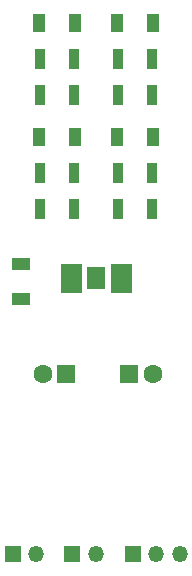
<source format=gbr>
%TF.GenerationSoftware,KiCad,Pcbnew,(5.1.8)-1*%
%TF.CreationDate,2020-11-16T23:50:31-05:00*%
%TF.ProjectId,podemu_customboard,706f6465-6d75-45f6-9375-73746f6d626f,rev?*%
%TF.SameCoordinates,Original*%
%TF.FileFunction,Soldermask,Top*%
%TF.FilePolarity,Negative*%
%FSLAX46Y46*%
G04 Gerber Fmt 4.6, Leading zero omitted, Abs format (unit mm)*
G04 Created by KiCad (PCBNEW (5.1.8)-1) date 2020-11-16 23:50:31*
%MOMM*%
%LPD*%
G01*
G04 APERTURE LIST*
%ADD10C,0.010000*%
%ADD11R,1.570000X1.880000*%
%ADD12O,1.350000X1.350000*%
%ADD13R,1.350000X1.350000*%
%ADD14R,1.000000X1.600000*%
%ADD15R,0.900000X1.700000*%
%ADD16R,1.600000X1.000000*%
%ADD17C,1.600000*%
%ADD18R,1.600000X1.600000*%
G04 APERTURE END LIST*
D10*
%TO.C,U2*%
G36*
X176002000Y-119704000D02*
G01*
X177702000Y-119704000D01*
X177702000Y-120104000D01*
X176002000Y-120104000D01*
X176002000Y-119704000D01*
G37*
X176002000Y-119704000D02*
X177702000Y-119704000D01*
X177702000Y-120104000D01*
X176002000Y-120104000D01*
X176002000Y-119704000D01*
G36*
X176002000Y-120204000D02*
G01*
X177702000Y-120204000D01*
X177702000Y-120604000D01*
X176002000Y-120604000D01*
X176002000Y-120204000D01*
G37*
X176002000Y-120204000D02*
X177702000Y-120204000D01*
X177702000Y-120604000D01*
X176002000Y-120604000D01*
X176002000Y-120204000D01*
G36*
X176002000Y-120704000D02*
G01*
X177702000Y-120704000D01*
X177702000Y-121104000D01*
X176002000Y-121104000D01*
X176002000Y-120704000D01*
G37*
X176002000Y-120704000D02*
X177702000Y-120704000D01*
X177702000Y-121104000D01*
X176002000Y-121104000D01*
X176002000Y-120704000D01*
G36*
X176002000Y-121204000D02*
G01*
X177702000Y-121204000D01*
X177702000Y-121604000D01*
X176002000Y-121604000D01*
X176002000Y-121204000D01*
G37*
X176002000Y-121204000D02*
X177702000Y-121204000D01*
X177702000Y-121604000D01*
X176002000Y-121604000D01*
X176002000Y-121204000D01*
G36*
X176002000Y-121704000D02*
G01*
X177702000Y-121704000D01*
X177702000Y-122104000D01*
X176002000Y-122104000D01*
X176002000Y-121704000D01*
G37*
X176002000Y-121704000D02*
X177702000Y-121704000D01*
X177702000Y-122104000D01*
X176002000Y-122104000D01*
X176002000Y-121704000D01*
G36*
X171802000Y-121704000D02*
G01*
X173502000Y-121704000D01*
X173502000Y-122104000D01*
X171802000Y-122104000D01*
X171802000Y-121704000D01*
G37*
X171802000Y-121704000D02*
X173502000Y-121704000D01*
X173502000Y-122104000D01*
X171802000Y-122104000D01*
X171802000Y-121704000D01*
G36*
X171802000Y-121204000D02*
G01*
X173502000Y-121204000D01*
X173502000Y-121604000D01*
X171802000Y-121604000D01*
X171802000Y-121204000D01*
G37*
X171802000Y-121204000D02*
X173502000Y-121204000D01*
X173502000Y-121604000D01*
X171802000Y-121604000D01*
X171802000Y-121204000D01*
G36*
X171802000Y-120704000D02*
G01*
X173502000Y-120704000D01*
X173502000Y-121104000D01*
X171802000Y-121104000D01*
X171802000Y-120704000D01*
G37*
X171802000Y-120704000D02*
X173502000Y-120704000D01*
X173502000Y-121104000D01*
X171802000Y-121104000D01*
X171802000Y-120704000D01*
G36*
X171802000Y-120204000D02*
G01*
X173502000Y-120204000D01*
X173502000Y-120604000D01*
X171802000Y-120604000D01*
X171802000Y-120204000D01*
G37*
X171802000Y-120204000D02*
X173502000Y-120204000D01*
X173502000Y-120604000D01*
X171802000Y-120604000D01*
X171802000Y-120204000D01*
G36*
X171802000Y-119704000D02*
G01*
X173502000Y-119704000D01*
X173502000Y-120104000D01*
X171802000Y-120104000D01*
X171802000Y-119704000D01*
G37*
X171802000Y-119704000D02*
X173502000Y-119704000D01*
X173502000Y-120104000D01*
X171802000Y-120104000D01*
X171802000Y-119704000D01*
%TD*%
D11*
%TO.C,U2*%
X174752000Y-120904000D03*
%TD*%
D12*
%TO.C,L R*%
X181832000Y-144272000D03*
X179832000Y-144272000D03*
D13*
X177832000Y-144272000D03*
%TD*%
D14*
%TO.C,C5*%
X179554000Y-99314000D03*
X176554000Y-99314000D03*
%TD*%
D15*
%TO.C,R8*%
X179504000Y-105410000D03*
X176604000Y-105410000D03*
%TD*%
%TO.C,R2*%
X179504000Y-102362000D03*
X176604000Y-102362000D03*
%TD*%
D14*
%TO.C,C4*%
X169950000Y-108966000D03*
X172950000Y-108966000D03*
%TD*%
%TO.C,C6*%
X172950000Y-99314000D03*
X169950000Y-99314000D03*
%TD*%
%TO.C,C7*%
X176554000Y-108966000D03*
X179554000Y-108966000D03*
%TD*%
D16*
%TO.C,C8*%
X168402000Y-122658000D03*
X168402000Y-119658000D03*
%TD*%
D17*
%TO.C,220uF*%
X179546000Y-129032000D03*
D18*
X177546000Y-129032000D03*
%TD*%
%TO.C,220uF*%
X172212000Y-129032000D03*
D17*
X170212000Y-129032000D03*
%TD*%
D12*
%TO.C,- +*%
X169672000Y-144272000D03*
D13*
X167672000Y-144272000D03*
%TD*%
D15*
%TO.C,R1*%
X170000000Y-112014000D03*
X172900000Y-112014000D03*
%TD*%
%TO.C,R3*%
X170000000Y-102362000D03*
X172900000Y-102362000D03*
%TD*%
%TO.C,R4*%
X176604000Y-112014000D03*
X179504000Y-112014000D03*
%TD*%
%TO.C,R5*%
X172900000Y-105410000D03*
X170000000Y-105410000D03*
%TD*%
%TO.C,R6*%
X172900000Y-115062000D03*
X170000000Y-115062000D03*
%TD*%
%TO.C,R7*%
X176604000Y-115062000D03*
X179504000Y-115062000D03*
%TD*%
D12*
%TO.C,TX RX*%
X174720000Y-144272000D03*
D13*
X172720000Y-144272000D03*
%TD*%
M02*

</source>
